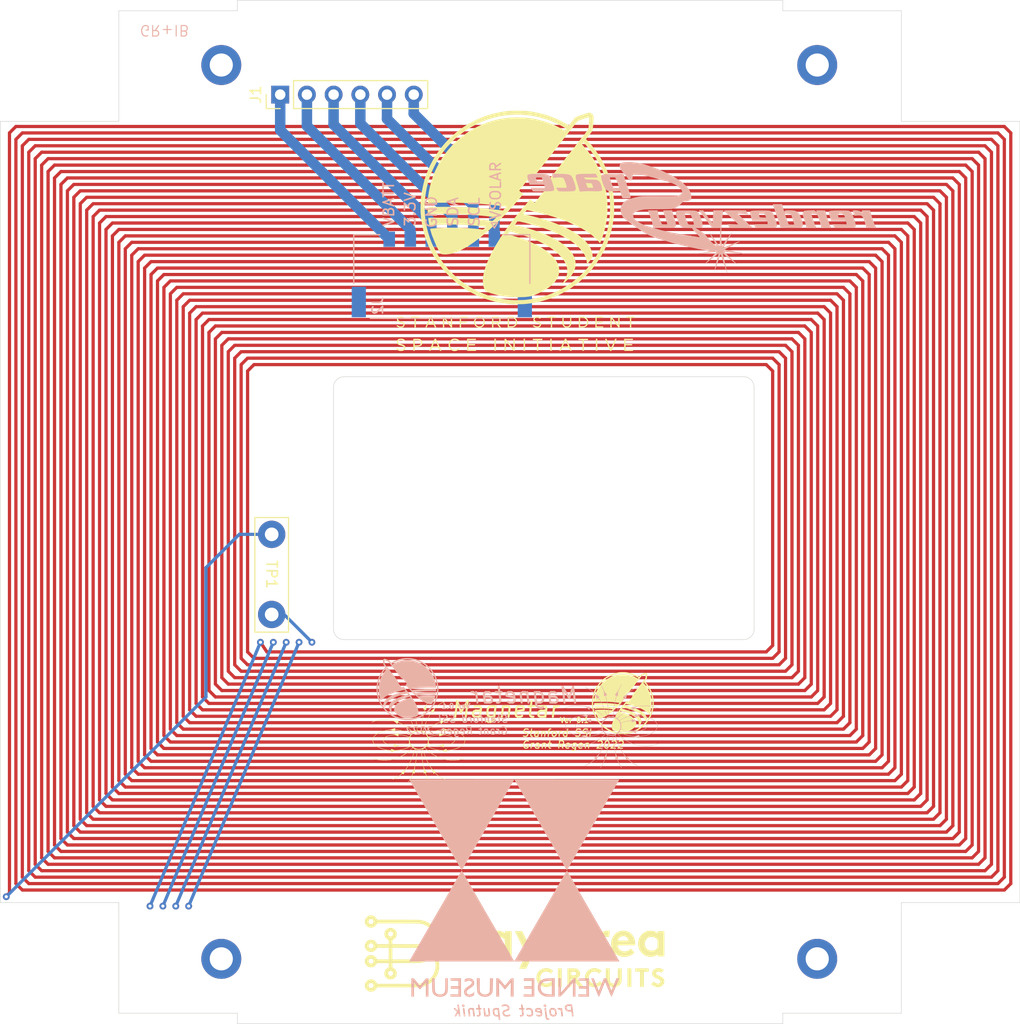
<source format=kicad_pcb>
(kicad_pcb (version 20211014) (generator pcbnew)
  (layers (0 "F.Cu" signal) (1 "In1.Cu" signal) (2 "In2.Cu" signal) (3 "In3.Cu" signal) (4 "In4.Cu" signal) (31 "B.Cu" signal) (34 "B.Paste" user) (35 "F.Paste" user) (36 "B.SilkS" user "B.Silkscreen") (37 "F.SilkS" user "F.Silkscreen") (38 "B.Mask" user) (39 "F.Mask" user) (44 "Edge.Cuts" user))
  (net 0 "")
  (net 5 "Net-(J1-Pad1)")
  (net 6 "Net-(J1-Pad2)")
  (net 7 "Net-(J1-Pad3)")
  (net 8 "Net-(J1-Pad4)")
  (net 9 "Net-(J1-Pad5)")
  (net 10 "Net-(J1-Pad6)")
  (net 13 "Coil_IN")
  (footprint "panels:logo_magnet_1" (layer "F.Cu") (at 138.504 115.752)
    (fp_text reference "REF**" hide)
    (fp_text value "logo_magnet_1" hide)
  )
  (footprint "panels:BAC_logo" (layer "F.Cu") (at 147.828 135.636)
    (fp_text reference "REF**" hide)
    (fp_text value "BAC_logo" hide)
  )
  (footprint "panels:logo_SSI_small" (layer "F.Cu") (at 157.734 112.522)
    (fp_text reference "REF**" hide)
    (fp_text value "logo_SSI_small" hide)
  )
  (footprint "panels:logo_SSI" (layer "F.Cu") (at 148.082 65.786)
    (fp_text reference "REF**" hide)
    (fp_text value "logo_SSI" hide)
  )
  (footprint "MountingHole:MountingHole_2.2mm_M2_DIN965_Pad_TopBottom" (layer "F.Cu") (at 119.708 136.558)
    (fp_text reference "H1")
    (fp_text value "~")
    (pad "1" thru_hole circle locked (at 0 0) (size 2.6 2.6) (drill 2.2) (layers *.Cu *.Mask))
    (pad "1" connect circle locked (at 0 0) (size 3.8 3.8) (layers "F.Cu" "F.Mask"))
    (pad "1" connect circle locked (at 0 0) (size 3.8 3.8) (layers "B.Cu" "B.Mask"))
  )
  (footprint "panels:TestPointConnection" (layer "F.Cu") (at 124 100.01 -90)
    (fp_text reference "TP1" (at 0 -0.5 -90 unlocked) (layer "F.SilkS"))
    (fp_text value "Start/End of Coil Series" hide)
    (pad "1" thru_hole circle (at -3.82 -0.5 270) (size 2.6 2.6) (drill 1.3) (layers *.Cu *.Mask) (net 13 "Coil_IN"))
    (pad "2" thru_hole circle (at 3.8 -0.5 270) (size 2.6 2.6) (drill 1.3) (layers *.Cu *.Mask) (net 13 "Coil_IN"))
  )
  (footprint "Connector_PinHeader_2.54mm:PinHeader_1x06_P2.54mm_Vertical" (layer "F.Cu") (at 125.31 54.37 90)
    (fp_text reference "J1" (at 0 -2.33 90) (layer "F.SilkS"))
    (fp_text value "Through_Hole_1" hide)
    (pad "1" thru_hole rect (at 0 0 90) (size 1.7 1.7) (drill 1) (layers *.Cu *.Mask) (net 5 "Net-(J1-Pad1)"))
    (pad "2" thru_hole oval (at 0 2.54 90) (size 1.7 1.7) (drill 1) (layers *.Cu *.Mask) (net 6 "Net-(J1-Pad2)"))
    (pad "3" thru_hole oval (at 0 5.08 90) (size 1.7 1.7) (drill 1) (layers *.Cu *.Mask) (net 7 "Net-(J1-Pad3)"))
    (pad "4" thru_hole oval (at 0 7.62 90) (size 1.7 1.7) (drill 1) (layers *.Cu *.Mask) (net 8 "Net-(J1-Pad4)"))
    (pad "5" thru_hole oval (at 0 10.16 90) (size 1.7 1.7) (drill 1) (layers *.Cu *.Mask) (net 9 "Net-(J1-Pad5)"))
    (pad "6" thru_hole oval (at 0 12.7 90) (size 1.7 1.7) (drill 1) (layers *.Cu *.Mask) (net 10 "Net-(J1-Pad6)"))
  )
  (footprint "MountingHole:MountingHole_2.2mm_M2_DIN965_Pad_TopBottom" (layer "F.Cu") (at 176.382 136.558)
    (fp_text reference "H4")
    (fp_text value "~")
    (pad "1" connect circle locked (at 0 0) (size 3.8 3.8) (layers "B.Cu" "B.Mask"))
    (pad "1" thru_hole circle locked (at 0 0) (size 2.6 2.6) (drill 2.2) (layers *.Cu *.Mask))
    (pad "1" connect circle locked (at 0 0) (size 3.8 3.8) (layers "F.Cu" "F.Mask"))
  )
  (footprint "MountingHole:MountingHole_2.2mm_M2_DIN965_Pad_TopBottom" (layer "F.Cu") (at 119.708 51.558)
    (fp_text reference "H2" hide)
    (fp_text value "~")
    (pad "1" connect circle locked (at 0 0) (size 3.8 3.8) (layers "B.Cu" "B.Mask"))
    (pad "1" connect circle locked (at 0 0) (size 3.8 3.8) (layers "F.Cu" "F.Mask"))
    (pad "1" thru_hole circle locked (at 0 0) (size 2.6 2.6) (drill 2.2) (layers *.Cu *.Mask))
  )
  (footprint "MountingHole:MountingHole_2.2mm_M2_DIN965_Pad_TopBottom" (layer "F.Cu") (at 176.382 51.558)
    (fp_text reference "H3")
    (fp_text value "~")
    (pad "1" thru_hole circle locked (at 0 0) (size 2.6 2.6) (drill 2.2) (layers *.Cu *.Mask))
    (pad "1" connect circle locked (at 0 0) (size 3.8 3.8) (layers "F.Cu" "F.Mask"))
    (pad "1" connect circle locked (at 0 0) (size 3.8 3.8) (layers "B.Cu" "B.Mask"))
  )
  (footprint "panels:SLAB_logo" (layer "B.Cu") (at 165.608 64.77 180)
    (fp_text reference "REF**" hide)
    (fp_text value "SLAB_logo" hide)
  )
  (footprint "panels:MOLEX_2053380006" (layer "B.Cu") (at 140.68 71.67)
    (fp_text reference "J2" (at -6.096 2.794 90) (layer "B.SilkS") (effects (justify mirror)))
    (fp_text value "MOLEX_2053380006")
    (pad "1" smd rect (at 5 -3.55) (size 1.1 1.45) (layers "B.Cu" "B.Paste") (net 10 "Net-(J1-Pad6)"))
    (pad "2" smd rect (at 3 -3.55) (size 1.1 1.45) (layers "B.Cu" "B.Paste") (net 9 "Net-(J1-Pad5)"))
    (pad "3" smd rect (at 1 -3.55) (size 1.1 1.45) (layers "B.Cu" "B.Paste") (net 8 "Net-(J1-Pad4)"))
    (pad "4" smd rect (at -1 -3.55) (size 1.1 1.45) (layers "B.Cu" "B.Paste") (net 7 "Net-(J1-Pad3)"))
    (pad "5" smd rect (at -3 -3.55) (size 1.1 1.45) (layers "B.Cu" "B.Paste") (net 6 "Net-(J1-Pad2)"))
    (pad "6" smd rect (at -5 -3.55) (size 1.1 1.45) (layers "B.Cu" "B.Paste") (net 5 "Net-(J1-Pad1)"))
    (pad "S1" smd rect (at 7.895 2.425) (size 1.35 2.9) (layers "B.Cu" "B.Paste"))
    (pad "S2" smd rect (at -7.895 2.425) (size 1.35 2.9) (layers "B.Cu" "B.Paste"))
  )
  (footprint "panels:logo_SSI_small" (layer "B.Cu") (at 137.57 111.186 180)
    (fp_text reference "REF**" hide)
    (fp_text value "logo_SSI_small" hide)
  )
  (footprint "panels:logo_Wende_Sputnik" (layer "B.Cu") (at 147.574 128.016 180)
    (fp_text reference "REF**" hide)
    (fp_text value "logo_Wende_Sputnik" hide)
    (fp_text user "Project Sputnik" (at 0 -13.5 unlocked) (layer "B.SilkS") (effects (font (thickness 0.15) italic) (justify mirror)))
  )
  (footprint "panels:logo_magnet_1" (layer "B.Cu") (at 156.8 114.416 180)
    (fp_text reference "REF**" hide)
    (fp_text value "logo_magnet_1" hide)
  )
  (gr_line locked (start 121.238 46.3992) (end 109.964 46.3992) (layer "Edge.Cuts") (width 0.05))
  (gr_line locked (start 173.11 45.3992) (end 121.238 45.3992) (layer "Edge.Cuts") (width 0.05))
  (gr_line locked (start 184.384 56.9148) (end 184.384 46.3992) (layer "Edge.Cuts") (width 0.05))
  (gr_arc (start 131.38 106.2) (mid 130.672893 105.907107) (end 130.38 105.2) (layer "Edge.Cuts") (width 0.05))
  (gr_line locked (start 121.236 142.728) (end 121.236 141.728) (layer "Edge.Cuts") (width 0.05))
  (gr_arc (start 169.38 81.2) (mid 170.087107 81.492893) (end 170.38 82.2) (layer "Edge.Cuts") (width 0.05))
  (gr_arc (start 170.38 105.2) (mid 170.087107 105.907107) (end 169.38 106.2) (layer "Edge.Cuts") (width 0.05))
  (gr_line locked (start 121.238 46.3992) (end 121.238 45.3992) (layer "Edge.Cuts") (width 0.05))
  (gr_line (start 169.38 106.2) (end 131.38 106.2) (layer "Edge.Cuts") (width 0.05))
  (gr_line locked (start 121.236 141.728) (end 109.962 141.728) (layer "Edge.Cuts") (width 0.05))
  (gr_line locked (start 184.382 141.728) (end 173.108 141.728) (layer "Edge.Cuts") (width 0.05))
  (gr_line locked (start 195.656 131.2124) (end 195.658 56.9148) (layer "Edge.Cuts") (width 0.05))
  (gr_line locked (start 109.962 141.728) (end 109.962 131.2124) (layer "Edge.Cuts") (width 0.05))
  (gr_line locked (start 98.69 56.9148) (end 98.688 131.2124) (layer "Edge.Cuts") (width 0.05))
  (gr_line locked (start 173.11 45.3992) (end 173.11 46.3992) (layer "Edge.Cuts") (width 0.05))
  (gr_line locked (start 109.964 56.9148) (end 98.69 56.9148) (layer "Edge.Cuts") (width 0.05))
  (gr_line locked (start 195.658 56.9148) (end 184.384 56.9148) (layer "Edge.Cuts") (width 0.05))
  (gr_line locked (start 184.384 46.3992) (end 173.11 46.3992) (layer "Edge.Cuts") (width 0.05))
  (gr_line locked (start 173.108 142.728) (end 121.236 142.728) (layer "Edge.Cuts") (width 0.05))
  (gr_arc (start 130.38 82.2) (mid 130.672893 81.492893) (end 131.38 81.2) (layer "Edge.Cuts") (width 0.05))
  (gr_line (start 170.38 82.2) (end 170.38 105.2) (layer "Edge.Cuts") (width 0.05))
  (gr_line locked (start 195.656 131.2124) (end 184.382 131.2124) (layer "Edge.Cuts") (width 0.05))
  (gr_line locked (start 109.964 56.9148) (end 109.964 46.3992) (layer "Edge.Cuts") (width 0.05))
  (gr_line locked (start 109.962 131.2124) (end 98.688 131.2124) (layer "Edge.Cuts") (width 0.05))
  (gr_line locked (start 173.108 141.728) (end 173.108 142.728) (layer "Edge.Cuts") (width 0.05))
  (gr_line (start 169.38 81.2) (end 131.38 81.2) (layer "Edge.Cuts") (width 0.05))
  (gr_line (start 130.38 82.2) (end 130.38 105.2) (layer "Edge.Cuts") (width 0.05))
  (gr_line locked (start 184.382 141.728) (end 184.382 131.2124) (layer "Edge.Cuts") (width 0.05))
  (gr_text "Stanford SSI \nGrant Regen 2022" (at 147.07 114.306) (layer "B.SilkS") (effects (font (size 0.7 0.7) (thickness 0.1) italic) (justify left mirror)))
  (gr_text "GND" (at 139.7 65.532 90) (layer "B.SilkS") (effects (font (size 1 1))))
  (gr_text "3.3V" (at 137.668 65.278 90) (layer "B.SilkS") (effects (font (size 1 1))))
  (gr_text "VSOLAR\n" (at 145.796 63.5 90) (layer "B.SilkS") (effects (font (size 1 1))))
  (gr_text "Ver 0.1" (at 142.02 112.526) (layer "B.SilkS") (effects (font (size 0.5 0.5) (thickness 0.1)) (justify mirror)))
  (gr_text "Magnetar" (at 148.59 111.506) (layer "B.SilkS") (effects (font (size 1.5 1.5) (thickness 0.2) italic) (justify mirror)))
  (gr_text "SCL" (at 143.764 65.532 90) (layer "B.SilkS") (effects (font (size 1 1))))
  (gr_text "VBATT" (at 135.636 64.77 90) (layer "B.SilkS") (effects (font (size 1 1))))
  (gr_text "SDA" (at 141.732 65.532 90) (layer "B.SilkS") (effects (font (size 1 1))))
  (gr_text "GR+IB" (at 114.3 48.26 180) (layer "B.SilkS") (effects (font (size 1 1) (thickness 0.1)) (justify mirror)))
  (gr_text "Stanford SSI \nGrant Regen 2022" (at 148.234 115.642) (layer "F.SilkS") (effects (font (size 0.7 0.7) (thickness 0.1) italic) (justify left)))
  (gr_text "Ver 0.1" (at 153.284 113.862) (layer "F.SilkS") (effects (font (size 0.5 0.5) (thickness 0.1))))
  (gr_text "Magnetar" (at 146.714 112.842) (layer "F.SilkS") (effects (font (size 1.5 1.5) (thickness 0.2) italic)))
  (segment (start 125.31 57.75) (end 135.68 68.12) (width 1) (layer "B.Cu") (net 5))
  (segment (start 125.31 54.37) (end 125.31 57.75) (width 1) (layer "B.Cu") (net 5))
  (segment (start 137.68 67.18) (end 127.85 57.35) (width 1) (layer "B.Cu") (net 6))
  (segment (start 127.85 57.35) (end 127.85 54.37) (width 1) (layer "B.Cu") (net 6))
  (segment (start 137.68 68.12) (end 137.68 67.18) (width 1) (layer "B.Cu") (net 6))
  (segment (start 139.68 66.51) (end 130.39 57.22) (width 1) (layer "B.Cu") (net 7))
  (segment (start 130.39 57.22) (end 130.39 54.37) (width 1) (layer "B.Cu") (net 7))
  (segment (start 139.68 68.12) (end 139.68 66.51) (width 1) (layer "B.Cu") (net 7))
  (segment (start 141.68 68.12) (end 141.68 65.87) (width 1) (layer "B.Cu") (net 8))
  (segment (start 141.68 65.87) (end 132.93 57.12) (width 1) (layer "B.Cu") (net 8))
  (segment (start 132.93 57.12) (end 132.93 54.37) (width 1) (layer "B.Cu") (net 8))
  (segment (start 135.47 56.69) (end 135.47 54.37) (width 1) (layer "B.Cu") (net 9))
  (segment (start 143.68 68.12) (end 143.68 64.9) (width 1) (layer "B.Cu") (net 9))
  (segment (start 143.68 64.9) (end 135.47 56.69) (width 1) (layer "B.Cu") (net 9))
  (segment (start 145.68 68.12) (end 145.68 63.85) (width 1) (layer "B.Cu") (net 10))
  (segment (start 145.68 63.85) (end 138.01 56.18) (width 1) (layer "B.Cu") (net 10))
  (segment (start 138.01 56.18) (end 138.01 54.37) (width 1) (layer "B.Cu") (net 10))
  (segment (start 174.592 76.9868) (end 119.76 76.9868) (width 0.306) (layer "F.Cu") (net 13))
  (segment (start 105.684 123.8948) (end 106.296 124.5068) (width 0.306) (layer "F.Cu") (net 13))
  (segment (start 189.28 62.2988) (end 105.072 62.2988) (width 0.306) (layer "F.Cu") (net 13))
  (segment (start 103.236 61.6868) (end 103.236 126.3428) (width 0.306) (layer "F.Cu") (net 13))
  (segment (start 175.204 77.5988) (end 174.592 76.9868) (width 0.306) (layer "F.Cu") (net 13))
  (segment (start 108.744 122.0588) (end 186.22 122.0588) (width 0.306) (layer "F.Cu") (net 13))
  (segment (start 108.744 67.1948) (end 108.744 120.8348) (width 0.306) (layer "F.Cu") (net 13))
  (segment (start 183.16 68.4188) (end 111.192 68.4188) (width 0.306) (layer "F.Cu") (net 13))
  (segment (start 182.548 70.2548) (end 181.936 69.6428) (width 0.306) (layer "F.Cu") (net 13))
  (segment (start 106.296 123.2828) (end 106.908 123.8948) (width 0.306) (layer "F.Cu") (net 13))
  (segment (start 105.072 124.5068) (end 105.684 125.1188) (width 0.306) (layer "F.Cu") (net 13))
  (segment (start 184.996 120.8348) (end 185.608 120.2228) (width 0.306) (layer "F.Cu") (net 13))
  (segment (start 173.368 79.434799) (end 172.756 78.8228) (width 0.306) (layer "F.Cu") (net 13))
  (segment (start 175.204 109.8188) (end 175.204 77.5988) (width 0.306) (layer "F.Cu") (net 13))
  (segment (start 106.296 64.7468) (end 106.296 123.2828) (width 0.306) (layer "F.Cu") (net 13))
  (segment (start 101.4 58.6268) (end 100.788 59.2388) (width 0.306) (layer "F.Cu") (net 13))
  (segment (start 192.34 60.4628) (end 191.728 59.8508) (width 0.306) (layer "F.Cu") (net 13))
  (segment (start 114.864 114.7148) (end 115.476 115.3268) (width 0.306) (layer "F.Cu") (net 13))
  (segment (start 178.264 114.1028) (end 178.876 113.4908) (width 0.306) (layer "F.Cu") (net 13))
  (segment (start 120.372 78.8228) (end 120.372 109.2068) (width 0.306) (layer "F.Cu") (net 13))
  (segment (start 116.7 73.9268) (end 116.088 74.5388) (width 0.306) (layer "F.Cu") (net 13))
  (segment (start 123.432 106.452799) (end 124.044 107.3708) (width 0.306) (layer "F.Cu") (net 13))
  (segment (start 174.592 109.2068) (end 174.592 78.2108) (width 0.306) (layer "F.Cu") (net 13))
  (segment (start 108.744 120.8348) (end 109.356 121.4468) (width 0.306) (layer "F.Cu") (net 13))
  (segment (start 194.788 58.0148) (end 194.176 57.4028) (width 0.306) (layer "F.Cu") (net 13))
  (segment (start 172.755999 107.3708) (end 172.755999 80.0468) (width 0.306) (layer "F.Cu") (net 13))
  (segment (start 101.4 129.4028) (end 193.564 129.4028) (width 0.306) (layer "F.Cu") (net 13))
  (segment (start 189.892 62.9108) (end 189.28 62.2988) (width 0.306) (layer "F.Cu") (net 13))
  (segment (start 117.312 74.5388) (end 116.7 75.1508) (width 0.306) (layer "F.Cu") (net 13))
  (segment (start 194.176 128.7908) (end 194.176 58.6268) (width 0.306) (layer "F.Cu") (net 13))
  (segment (start 104.46 125.1188) (end 105.072 125.7308) (width 0.306) (layer "F.Cu") (net 13))
  (segment (start 180.099999 114.7148) (end 180.099999 72.702799) (width 0.306) (layer "F.Cu") (net 13))
  (segment (start 105.072 125.7308) (end 189.892 125.7308) (width 0.306) (layer "F.Cu") (net 13))
  (segment (start 124.044 107.3708) (end 171.532 107.3708) (width 0.306) (layer "F.Cu") (net 13))
  (segment (start 119.76 109.8188) (end 120.372 110.4308) (width 0.306) (layer "F.Cu") (net 13))
  (segment (start 113.028 71.4788) (end 113.028 116.5508) (width 0.306) (layer "F.Cu") (net 13))
  (segment (start 112.416 118.3868) (end 182.548 118.3868) (width 0.306) (layer "F.Cu") (net 13))
  (segment (start 192.952 127.5668) (end 192.952 59.8508) (width 0.306) (layer "F.Cu") (net 13))
  (segment (start 185.608 65.9708) (end 108.743999 65.9708) (width 0.306) (layer "F.Cu") (net 13))
  (segment (start 184.384 68.4188) (end 183.772 67.8068) (width 0.306) (layer "F.Cu") (net 13))
  (segment (start 120.984 79.434799) (end 120.984 108.5948) (width 0.306) (layer "F.Cu") (net 13))
  (segment (start 187.444 123.2828) (end 188.056 122.6708) (width 0.306) (layer "F.Cu") (net 13))
  (segment (start 110.58 69.0308) (end 110.58 118.9988) (width 0.306) (layer "F.Cu") (net 13))
  (segment (start 190.504 126.3428) (end 191.116 125.7308) (width 0.306) (layer "F.Cu") (net 13))
  (segment (start 184.996 67.8068) (end 184.384 67.1948) (width 0.306) (layer "F.Cu") (net 13))
  (segment (start 109.968 67.1948) (end 109.356 67.8068) (width 0.306) (layer "F.Cu") (net 13))
  (segment (start 181.936 69.6428) (end 112.415999 69.6428) (width 0.306) (layer "F.Cu") (net 13))
  (segment (start 121.596 80.0468) (end 121.596 107.9828) (width 0.306) (layer "F.Cu") (net 13))
  (segment (start 192.952 59.8508) (end 192.34 59.2388) (width 0.306) (layer "F.Cu") (net 13))
  (segment (start 102.011999 59.2388) (end 101.4 59.8508) (width 0.306) (layer "F.Cu") (net 13))
  (segment (start 105.684 125.1188) (end 189.28 125.1188) (width 0.306) (layer "F.Cu") (net 13))
  (segment (start 178.264 74.5388) (end 177.652 73.9268) (width 0.306) (layer "F.Cu") (net 13))
  (segment (start 121.596 109.2068) (end 173.368 109.2068) (width 0.306) (layer "F.Cu") (net 13))
  (segment (start 117.312 75.762799) (end 117.312 112.2668) (width 0.306) (layer "F.Cu") (net 13))
  (segment (start 109.968 120.8348) (end 184.996 120.8348) (width 0.306) (layer "F.Cu") (net 13))
  (segment (start 103.848 125.7308) (end 104.46 126.3428) (width 0.306) (layer "F.Cu") (net 13))
  (segment (start 101.4 59.8508) (end 101.4 128.1788) (width 0.306) (layer "F.Cu") (net 13))
  (segment (start 192.34 59.2388) (end 102.011999 59.2388) (width 0.306) (layer "F.Cu") (net 13))
  (segment (start 183.772 67.8068) (end 110.58 67.8068) (width 0.306) (layer "F.Cu") (net 13))
  (segment (start 184.384 120.2228) (end 184.996 119.6108) (width 0.306) (layer "F.Cu") (net 13))
  (segment (start 177.652 113.4908) (end 178.264 112.8788) (width 0.306) (layer "F.Cu") (net 13))
  (segment (start 181.936 117.7748) (end 182.548 117.1628) (width 0.306) (layer "F.Cu") (net 13))
  (segment (start 114.864 115.9388) (end 180.1 115.9388) (width 0.306) (layer "F.Cu") (net 13))
  (segment (start 174.592 110.4308) (end 175.204 109.8188) (width 0.306) (layer "F.Cu") (net 13))
  (segment (start 192.34 128.1788) (end 192.952 127.5668) (width 0.306) (layer "F.Cu") (net 13))
  (segment (start 109.356 120.2228) (end 109.968 120.8348) (width 0.306) (layer "F.Cu") (net 13))
  (segment (start 122.82 107.9828) (end 172.144 107.9828) (width 0.306) (layer "F.Cu") (net 13))
  (segment (start 181.324 70.2548) (end 113.028 70.2548) (width 0.306) (layer "F.Cu") (net 13))
  (segment (start 179.487999 114.1028) (end 179.487999 73.3148) (width 0.306) (layer "F.Cu") (net 13))
  (segment (start 179.487999 115.3268) (end 180.099999 114.7148) (width 0.306) (layer "F.Cu") (net 13))
  (segment (start 104.46 126.3428) (end 190.504 126.3428) (width 0.306) (layer "F.Cu") (net 13))
  (segment (start 176.428 75.1508) (end 117.924 75.1508) (width 0.306) (layer "F.Cu") (net 13))
  (segment (start 191.728 127.5668) (end 192.34 126.9548) (width 0.306) (layer "F.Cu") (net 13))
  (segment (start 188.056 63.5228) (end 106.296 63.5228) (width 0.306) (layer "F.Cu") (net 13))
  (segment (start 186.832 64.7468) (end 107.52 64.7468) (width 0.306) (layer "F.Cu") (net 13))
  (segment (start 122.207999 79.4348) (end 121.596 80.0468) (width 0.306) (layer "F.Cu") (net 13))
  (segment (start 114.252 72.702799) (end 114.252 115.3268) (width 0.306) (layer "F.Cu") (net 13))
  (segment (start 102.012 60.4628) (end 102.012 127.5668) (width 0.306) (layer "F.Cu") (net 13))
  (segment (start 122.208 80.658799) (end 122.208 107.3708) (width 0.306) (layer "F.Cu") (net 13))
  (segment (start 172.144 80.658799) (end 171.532 80.0468) (width 0.306) (layer "F.Cu") (net 13))
  (segment (start 109.968 119.6108) (end 110.58 120.2228) (width 0.306) (layer "F.Cu") (net 13))
  (segment (start 186.219999 66.5828) (end 185.608 65.9708) (width 0.306) (layer "F.Cu") (net 13))
  (segment (start 173.368 78.2108) (end 120.984 78.2108) (width 0.306) (layer "F.Cu") (net 13))
  (segment (start 107.52 65.9708) (end 107.52 122.0588) (width 0.306) (layer "F.Cu") (net 13))
  (segment (start 175.204 76.3748) (end 119.148 76.3748) (width 0.306) (layer "F.Cu") (net 13))
  (segment (start 193.563999 128.1788) (end 193.563999 59.2388) (width 0.306) (layer "F.Cu") (net 13))
  (segment (start 173.98 108.5948) (end 173.98 78.8228) (width 0.306) (layer "F.Cu") (net 13))
  (segment (start 108.132 122.6708) (end 186.832 122.6708) (width 0.306) (layer "F.Cu") (net 13))
  (segment (start 112.415999 69.6428) (end 111.804 70.2548) (width 0.306) (layer "F.Cu") (net 13))
  (segment (start 114.252 116.5508) (end 180.712 116.5508) (width 0.306) (layer "F.Cu") (net 13))
  (segment (start 178.264 73.3148) (end 116.088 73.3148) (width 0.306) (layer "F.Cu") (net 13))
  (segment (start 189.279999 123.8948) (end 189.279999 63.5228) (width 0.306) (layer "F.Cu") (net 13))
  (segment (start 115.475999 72.7028) (end 114.864 73.3148) (width 0.306) (layer "F.Cu") (net 13))
  (segment (start 190.504 62.2988) (end 189.892 61.6868) (width 0.306) (layer "F.Cu") (net 13))
  (segment (start 111.804 117.7748) (end 112.416 118.3868) (width 0.306) (layer "F.Cu") (net 13))
  (segment (start 113.64 70.8668) (end 113.028 71.4788) (width 0.306) (layer "F.Cu") (net 13))
  (segment (start 102.012 127.5668) (end 102.624 128.1788) (width 0.306) (layer "F.Cu") (net 13))
  (segment (start 118.536 111.0428) (end 119.148 111.6548) (width 0.306) (layer "F.Cu") (net 13))
  (segment (start 103.848 62.2988) (end 103.848 125.7308) (width 0.306) (layer "F.Cu") (net 13))
  (segment (start 185.608 67.1948) (end 184.996 66.5828) (width 0.306) (layer "F.Cu") (net 13))
  (segment (start 120.372 110.4308) (end 174.592 110.4308) (width 0.306) (layer "F.Cu") (net 13))
  (segment (start 110.58 67.8068) (end 109.968 68.4188) (width 0.306) (layer "F.Cu") (net 13))
  (segment (start 100.788 130.0148) (end 194.176 130.0148) (width 0.306) (layer "F.Cu") (net 13))
  (segment (start 120.984 108.5948) (end 121.596 109.2068) (width 0.306) (layer "F.Cu") (net 13))
  (segment (start 113.64 72.090799) (end 113.64 115.9388) (width 0.306) (layer "F.Cu") (net 13))
  (segment (start 194.176 58.6268) (end 193.564 58.0148) (width 0.306) (layer "F.Cu") (net 13))
  (segment (start 110.58 118.9988) (end 111.192 119.6108) (width 0.306) (layer "F.Cu") (net 13))
  (segment (start 102.624 59.8508) (end 102.012 60.4628) (width 0.306) (layer "F.Cu") (net 13))
  (segment (start 113.028 117.7748) (end 181.936 117.7748) (width 0.306) (layer "F.Cu") (net 13))
  (segment (start 117.924 75.1508) (end 117.312 75.762799) (width 0.306) (layer "F.Cu") (net 13))
  (segment (start 188.056 122.6708) (end 188.056 64.7468) (width 0.306) (layer "F.Cu") (net 13))
  (segment (start 114.864 73.3148) (end 114.864 114.7148) (width 0.306) (layer "F.Cu") (net 13))
  (segment (start 103.236 127.5668) (end 191.728 127.5668) (width 0.306) (layer "F.Cu") (net 13))
  (segment (start 118.536 76.9868) (end 118.536 111.0428) (width 0.306) (layer "F.Cu") (net 13))
  (segment (start 186.832 122.6708) (end 187.444 122.0588) (width 0.306) (layer "F.Cu") (net 13))
  (segment (start 188.668 124.5068) (end 189.279999 123.8948) (width 0.306) (layer "F.Cu") (net 13))
  (segment (start 119.148 110.4308) (end 119.76 111.0428) (width 0.306) (layer "F.Cu") (net 13))
  (segment (start 114.252 71.4788) (end 113.64 72.090799) (width 0.306) (layer "F.Cu") (net 13))
  (segment (start 188.056 123.8948) (end 188.668 123.2828) (width 0.306) (layer "F.Cu") (net 13))
  (segment (start 117.312 113.4908) (end 177.652 113.4908) (width 0.306) (layer "F.Cu") (net 13))
  (segment (start 178.876 114.7148) (end 179.487999 114.1028) (width 0.306) (layer "F.Cu") (net 13))
  (segment (start 116.7 114.1028) (end 178.264 114.1028) (width 0.306) (layer "F.Cu") (net 13))
  (segment (start 106.908 122.6708) (end 107.52 123.2828) (width 0.306) (layer "F.Cu") (net 13))
  (segment (start 116.088 114.7148) (end 178.876 114.7148) (width 0.306) (layer "F.Cu") (net 13))
  (segment (start 180.1 71.4788) (end 114.252 71.4788) (width 0.306) (layer "F.Cu") (net 13))
  (segment (start 178.264 112.8788) (end 178.264 74.5388) (width 0.306) (layer "F.Cu") (net 13))
  (segment (start 193.564 58.0148) (end 100.788 58.0148) (width 0.306) (layer "F.Cu") (net 13))
  (segment (start 111.192 68.4188) (end 110.58 69.0308) (width 0.306) (layer "F.Cu") (net 13))
  (segment (start 107.52 122.0588) (end 108.132 122.6708) (width 0.306) (layer "F.Cu") (net 13))
  (segment (start 191.728 59.8508) (end 102.624 59.8508) (width 0.306) (layer "F.Cu") (net 13))
  (segment (start 181.936 70.8668) (end 181.324 70.2548) (width 0.306) (layer "F.Cu") (net 13))
  (segment (start 114.252 115.3268) (end 114.864 115.9388) (width 0.306) (layer "F.Cu") (net 13))
  (segment (start 119.148 111.6548) (end 175.816 111.6548) (width 0.306) (layer "F.Cu") (net 13))
  (segment (start 105.684 64.1348) (end 105.684 123.8948) (width 0.306) (layer "F.Cu") (net 13))
  (segment (start 186.219999 120.8348) (end 186.219999 66.5828) (width 0.306) (layer "F.Cu") (net 13))
  (segment (start 189.28 125.1188) (end 189.892 124.5068) (width 0.306) (layer "F.Cu") (net 13))
  (segment (start 193.563999 59.2388) (end 192.951999 58.6268) (width 0.306) (layer "F.Cu") (net 13))
  (segment (start 100.176 129.4028) (end 100.788 130.0148) (width 0.306) (layer "F.Cu") (net 13))
  (segment (start 175.816 76.9868) (end 175.204 76.3748) (width 0.306) (layer "F.Cu") (net 13))
  (segment (start 106.908 64.1348) (end 106.296 64.7468) (width 0.306) (layer "F.Cu") (net 13))
  (segment (start 177.04 112.8788) (end 177.652 112.2668) (width 0.306) (layer "F.Cu") (net 13))
  (segment (start 175.816 75.7628) (end 118.536 75.7628) (width 0.306) (layer "F.Cu") (net 13))
  (segment (start 171.532 107.3708) (end 172.144 106.7588) (width 0.306) (layer "F.Cu") (net 13))
  (segment (start 181.324 115.9388) (end 181.324 71.4788) (width 0.306) (layer "F.Cu") (net 13))
  (segment (start 99.564 58.0148) (end 99.564 130.296) (width 0.306) (layer "F.Cu") (net 13))
  (segment (start 115.476 73.926799) (end 115.476 114.1028) (width 0.306) (layer "F.Cu") (net 13))
  (segment (start 120.372 109.2068) (end 120.984 109.8188) (width 0.306) (layer "F.Cu") (net 13))
  (segment (start 119.76 78.2108) (end 119.76 109.8188) (width 0.306) (layer "F.Cu") (net 13))
  (segment (start 183.772 119.6108) (end 184.384 118.9988) (width 0.306) (layer "F.Cu") (net 13))
  (segment (start 177.652 73.9268) (end 116.7 73.9268) (width 0.306) (layer "F.Cu") (net 13))
  (segment (start 100.176 57.4028) (end 99.564 58.0148) (width 0.306) (layer "F.Cu") (net 13))
  (segment (start 106.296 124.5068) (end 188.668 124.5068) (width 0.306) (layer "F.Cu") (net 13))
  (segment (start 179.487999 73.3148) (end 178.876 72.7028) (width 0.306) (layer "F.Cu") (net 13))
  (segment (start 111.804 70.2548) (end 111.804 117.7748) (width 0.306) (layer "F.Cu") (net 13))
  (segment (start 184.384 118.9988) (end 184.384 68.4188) (width 0.306) (layer "F.Cu") (net 13))
  (segment (start 105.072 62.2988) (end 104.46 62.9108) (width 0.306) (layer "F.Cu") (net 13))
  (segment (start 182.548 118.3868) (end 183.159999 117.7748) (width 0.306) (layer "F.Cu") (net 13))
  (segment (start 173.368 107.9828) (end 173.368 79.434799) (width 0.306) (layer "F.Cu") (net 13))
  (segment (start 181.324 71.4788) (end 180.712 70.8668) (width 0.306) (layer "F.Cu") (net 13))
  (segment (start 119.76 76.9868) (end 119.148 77.5988) (width 0.306) (layer "F.Cu") (net 13))
  (segment (start 103.236 60.4628) (end 102.624 61.0748) (width 0.306) (layer "F.Cu") (net 13))
  (segment (start 120.984 78.2108) (end 120.372 78.8228) (width 0.306) (layer "F.Cu") (net 13))
  (segment (start 106.908 123.8948) (end 188.056 123.8948) (width 0.306) (layer "F.Cu") (net 13))
  (segment (start 182.548 69.0308) (end 111.804 69.0308) (width 0.306) (layer "F.Cu") (net 13))
  (segment (start 190.504 61.0748) (end 103.848 61.0748) (width 0.306) (layer "F.Cu") (net 13))
  (segment (start 177.652 75.1508) (end 177.04 74.5388) (width 0.306) (layer "F.Cu") (net 13))
  (segment (start 101.4 128.1788) (end 102.012 128.7908) (width 0.306) (layer "F.Cu") (net 13))
  (segment (start 114.864 72.090799) (end 114.252 72.702799) (width 0.306) (layer "F.Cu") (net 13))
  (segment (start 183.772 69.0308) (end 183.16 68.4188) (width 0.306) (layer "F.Cu") (net 13))
  (segment (start 106.296 63.5228) (end 105.684 64.1348) (width 0.306) (layer "F.Cu") (net 13))
  (segment (start 177.652 112.2668) (end 177.652 75.1508) (width 0.306) (layer "F.Cu") (net 13))
  (segment (start 107.52 64.7468) (end 106.908 65.3588) (width 0.306) (layer "F.Cu") (net 13))
  (segment (start 188.668 62.9108) (end 105.683999 62.9108) (width 0.306) (layer "F.Cu") (net 13))
  (segment (start 120.984 109.8188) (end 173.98 109.8188) (width 0.306) (layer "F.Cu") (net 13))
  (segment (start 99.564 130.296) (end 99.23 130.63) (width 0.306) (layer "F.Cu") (net 13))
  (segment (start 111.192 119.6108) (end 183.772 119.6108) (width 0.306) (layer "F.Cu") (net 13))
  (segment (start 103.848 61.0748) (end 103.236 61.6868) (width 0.306) (layer "F.Cu") (net 13))
  (segment (start 112.416 70.8668) (end 112.416 117.1628) (width 0.306) (layer "F.Cu") (net 13))
  (segment (start 100.176 58.6268) (end 100.176 129.4028) (width 0.306) (layer "F.Cu") (net 13))
  (segment (start 173.368 109.2068) (end 173.98 108.5948) (width 0.306) (layer "F.Cu") (net 13))
  (segment (start 113.028 70.2548) (end 112.416 70.8668) (width 0.306) (layer "F.Cu") (net 13))
  (segment (start 172.756 108.5948) (end 173.368 107.9828) (width 0.306) (layer "F.Cu") (net 13))
  (segment (start 118.536 75.7628) (end 117.924 76.3748) (width 0.306) (layer "F.Cu") (net 13))
  (segment (start 117.924 76.3748) (end 117.924 111.6548) (width 0.306) (layer "F.Cu") (net 13))
  (segment (start 115.476 115.3268) (end 179.487999 115.3268) (width 0.306) (layer "F.Cu") (net 13))
  (segment (start 172.144 106.7588) (end 172.144 80.658799) (width 0.306) (layer "F.Cu") (net 13))
  (segment (start 179.487999 72.090799) (end 114.864 72.090799) (width 0.306) (layer "F.Cu") (net 13))
  (segment (start 105.683999 62.9108) (end 105.072 63.5228) (width 0.306) (layer "F.Cu") (net 13))
  (segment (start 172.144 79.4348) (end 122.207999 79.4348) (width 0.306) (layer "F.Cu") (net 13))
  (segment (start 181.936 116.5508) (end 181.936 70.8668) (width 0.306) (layer "F.Cu") (net 13))
  (segment (start 177.04 74.5388) (end 117.312 74.5388) (width 0.306) (layer "F.Cu") (net 13))
  (segment (start 171.532 80.0468) (end 122.82 80.0468) (width 0.306) (layer "F.Cu") (net 13))
  (segment (start 116.7 75.1508) (end 116.7 112.8788) (width 0.306) (layer "F.Cu") (net 13))
  (segment (start 173.98 77.5988) (end 120.372 77.5988) (width 0.306) (layer "F.Cu") (net 13))
  (segment (start 185.608 121.4468) (end 186.219999 120.8348) (width 0.306) (layer "F.Cu") (net 13))
  (segment (start 109.356 67.8068) (end 109.356 120.2228) (width 0.306) (layer "F.Cu") (net 13))
  (segment (start 175.816 111.6548) (end 176.427999 111.0428) (width 0.306) (layer "F.Cu") (net 13))
  (segment (start 175.204 111.0428) (end 175.816 110.4308) (width 0.306) (layer "F.Cu") (net 13))
  (segment (start 100.788 128.7908) (end 101.4 129.4028) (width 0.306) (layer "F.Cu") (net 13))
  (segment (start 106.908 65.3588) (end 106.908 122.6708) (width 0.306) (layer "F.Cu") (net 13))
  (segment (start 191.116 126.9548) (end 191.728 126.3428) (width 0.306) (layer "F.Cu") (net 13))
  (segment (start 116.088 73.3148) (end 115.476 73.926799) (width 0.306) (layer "F.Cu") (net 13))
  (segment (start 183.772 118.3868) (end 183.772 69.0308) (width 0.306) (layer "F.Cu") (net 13))
  (segment (start 192.34 126.9548) (end 192.34 60.4628) (width 0.306) (layer "F.Cu") (net 13))
  (segment (start 120.372 77.5988) (end 119.76 78.2108) (width 0.306) (layer "F.Cu") (net 13))
  (segment (start 186.832 65.9708) (end 186.22 65.3588) (width 0.306) (layer "F.Cu") (net 13))
  (segment (start 119.76 111.0428) (end 175.204 111.0428) (width 0.306) (layer "F.Cu") (net 13))
  (segment (start 182.548 117.1628) (end 182.548 70.2548) (width 0.306) (layer "F.Cu") (net 13))
  (segment (start 100.788 58.0148) (end 100.176 58.6268) (width 0.306) (layer "F.Cu") (net 13))
  (segment (start 109.356 121.4468) (end 185.608 121.4468) (width 0.306) (layer "F.Cu") (net 13))
  (segment (start 178.876 73.926799) (end 178.264 73.3148) (width 0.306) (layer "F.Cu") (net 13))
  (segment (start 183.159999 69.6428) (end 182.548 69.0308) (width 0.306) (layer "F.Cu") (net 13))
  (segment (start 108.132 65.3588) (end 107.52 65.9708) (width 0.306) (layer "F.Cu") (net 13))
  (segment (start 173.98 78.8228) (end 173.368 78.2108) (width 0.306) (layer "F.Cu") (net 13))
  (segment (start 180.712 72.090799) (end 180.1 71.4788) (width 0.306) (layer "F.Cu") (net 13))
  (segment (start 178.876 113.4908) (end 178.876 73.926799) (width 0.306) (layer "F.Cu") (net 13))
  (segment (start 111.192 69.6428) (end 111.192 118.3868) (width 0.306) (layer "F.Cu") (net 13))
  (segment (start 176.427999 76.3748) (end 175.816 75.7628) (width 0.306) (layer "F.Cu") (net 13))
  (segment (start 174.592 78.2108) (end 173.98 77.5988) (width 0.306) (layer "F.Cu") (net 13))
  (segment (start 118.536 112.2668) (end 176.428 112.2668) (width 0.306) (layer "F.Cu") (net 13))
  (segment (start 191.728 126.3428) (end 191.728 61.0748) (width 0.306) (layer "F.Cu") (net 13))
  (segment (start 184.996 66.5828) (end 109.356 66.5828) (width 0.306) (layer "F.Cu") (net 13))
  (segment (start 103.848 126.9548) (end 191.116 126.9548) (width 0.306) (layer "F.Cu") (net 13))
  (segment (start 183.16 118.9988) (end 183.772 118.3868) (width 0.306) (layer "F.Cu") (net 13))
  (segment (start 113.64 117.1628) (end 181.324 117.1628) (width 0.306) (layer "F.Cu") (net 13))
  (segment (start 180.099999 72.702799) (end 179.487999 72.090799) (width 0.306) (layer "F.Cu") (net 13))
  (segment (start 187.444 65.3588) (end 186.832 64.7468) (width 0.306) (layer "F.Cu") (net 13))
  (segment (start 121.596 107.9828) (end 122.208 108.5948) (width 0.306) (layer "F.Cu") (net 13))
  (segment (start 184.384 67.1948) (end 109.968 67.1948) (width 0.306) (layer "F.Cu") (net 13))
  (segment (start 193.564 129.4028) (end 194.176 128.7908) (width 0.306) (layer "F.Cu") (net 13))
  (segment (start 192.951999 58.6268) (end 101.4 58.6268) (width 0.306) (layer "F.Cu") (net 13))
  (segment (start 183.159999 117.7748) (end 183.159999 69.6428) (width 0.306) (layer "F.Cu") (net 13))
  (segment (start 173.98 109.8188) (end 174.592 109.2068) (width 0.306) (layer "F.Cu") (net 13))
  (segment (start 188.668 64.1348) (end 188.056 63.5228) (width 0.306) (layer "F.Cu") (net 13))
  (segment (start 188.668 123.2828) (end 188.668 64.1348) (width 0.306) (layer "F.Cu") (net 13))
  (segment (start 122.208 108.5948) (end 172.756 108.5948) (width 0.306) (layer "F.Cu") (net 13))
  (segment (start 194.176 57.4028) (end 100.176 57.4028) (width 0.306) (layer "F.Cu") (net 13))
  (segment (start 180.1 115.9388) (end 180.712 115.3268) (width 0.306) (layer "F.Cu") (net 13))
  (segment (start 116.7 112.8788) (end 117.312 113.4908) (width 0.306) (layer "F.Cu") (net 13))
  (segment (start 103.236 126.3428) (end 103.848 126.9548) (width 0.306) (layer "F.Cu") (net 13))
  (segment (start 108.743999 65.9708) (end 108.132 66.5828) (width 0.306) (layer "F.Cu") (net 13))
  (segment (start 177.04 75.762799) (end 176.428 75.1508) (width 0.306) (layer "F.Cu") (net 13))
  (segment (start 184.996 119.6108) (end 184.996 67.8068) (width 0.306) (layer "F.Cu") (net 13))
  (segment (start 117.312 112.2668) (end 117.924 112.8788) (width 0.306) (layer "F.Cu") (net 13))
  (segment (start 187.444 64.1348) (end 106.908 64.1348) (width 0.306) (layer "F.Cu") (net 13))
  (segment (start 112.416 117.1628) (end 113.028 117.7748) (width 0.306) (layer "F.Cu") (net 13))
  (segment (start 191.116 60.4628) (end 103.236 60.4628) (width 0.306) (layer "F.Cu") (net 13))
  (segment (start 175.816 110.4308) (end 175.816 76.9868) (width 0.306) (layer "F.Cu") (net 13))
  (segment (start 119.148 77.5988) (end 119.148 110.4308) (width 0.306) (layer "F.Cu") (net 13))
  (segment (start 191.116 125.7308) (end 191.116 61.6868) (width 0.306) (layer "F.Cu") (net 13))
  (segment (start 180.712 115.3268) (end 180.712 72.090799) (width 0.306) (layer "F.Cu") (net 13))
  (segment (start 185.608 120.2228) (end 185.608 67.1948) (width 0.306) (layer "F.Cu") (net 13))
  (segment (start 176.427999 111.0428) (end 176.427999 76.3748) (width 0.306) (layer "F.Cu") (net 13))
  (segment (start 108.132 121.4468) (end 108.744 122.0588) (width 0.306) (layer "F.Cu") (net 13))
  (segment (start 121.596 78.8228) (end 120.984 79.434799) (width 0.306) (layer "F.Cu") (net 13))
  (segment (start 192.951999 128.7908) (end 193.563999 128.1788) (width 0.306) (layer "F.Cu") (net 13))
  (segment (start 191.116 61.6868) (end 190.504 61.0748) (width 0.306) (layer "F.Cu") (net 13))
  (segment (start 177.04 111.6548) (end 177.04 75.762799) (width 0.306) (layer "F.Cu") (net 13))
  (segment (start 104.46 62.9108) (end 104.46 125.1188) (width 0.306) (layer "F.Cu") (net 13))
  (segment (start 111.192 118.3868) (end 111.804 118.9988) (width 0.306) (layer "F.Cu") (net 13))
  (segment (start 117.924 112.8788) (end 177.04 112.8788) (width 0.306) (layer "F.Cu") (net 13))
  (segment (start 180.712 70.8668) (end 113.64 70.8668) (width 0.306) (layer "F.Cu") (net 13))
  (segment (start 186.832 121.4468) (end 186.832 65.9708) (width 0.306) (layer "F.Cu") (net 13))
  (segment (start 186.22 65.3588) (end 108.132 65.3588) (width 0.306) (layer "F.Cu") (net 13))
  (segment (start 100.788 59.2388) (end 100.788 128.7908) (width 0.306) (layer "F.Cu") (net 13))
  (segment (start 122.208 107.3708) (end 122.82 107.9828) (width 0.306) (layer "F.Cu") (net 13))
  (segment (start 109.356 66.5828) (end 108.744 67.1948) (width 0.306) (layer "F.Cu") (net 13))
  (segment (start 194.788 129.4028) (end 194.788 58.0148) (width 0.306) (layer "F.Cu") (net 13))
  (segment (start 119.148 76.3748) (end 118.536 76.9868) (width 0.306) (layer "F.Cu") (net 13))
  (segment (start 113.64 115.9388) (end 114.252 116.5508) (width 0.306) (layer "F.Cu") (net 13))
  (segment (start 191.728 61.0748) (end 191.116 60.4628) (width 0.306) (layer "F.Cu") (net 13))
  (segment (start 107.52 123.2828) (end 187.444 123.2828) (width 0.306) (layer "F.Cu") (net 13))
  (segment (start 172.144 107.9828) (end 172.755999 107.3708) (width 0.306) (layer "F.Cu") (net 13))
  (segment (start 104.46 61.6868) (end 103.848 62.2988) (width 0.306) (layer "F.Cu") (net 13))
  (segment (start 116.088 113.4908) (end 116.7 114.1028) (width 0.306) (layer "F.Cu") (net 13))
  (segment (start 189.892 61.6868) (end 104.46 61.6868) (width 0.306) (layer "F.Cu") (net 13))
  (segment (start 186.22 122.0588) (end 186.832 121.4468) (width 0.306) (layer "F.Cu") (net 13))
  (segment (start 176.428 112.2668) (end 177.04 111.6548) (width 0.306) (layer "F.Cu") (net 13))
  (segment (start 172.755999 80.0468) (end 172.144 79.4348) (width 0.306) (layer "F.Cu") (net 13))
  (segment (start 188.056 64.7468) (end 187.444 64.1348) (width 0.306) (layer "F.Cu") (net 13))
  (segment (start 172.756 78.8228) (end 121.596 78.8228) (width 0.306) (layer "F.Cu") (net 13))
  (segment (start 189.892 125.7308) (end 190.504 125.1188) (width 0.306) (layer "F.Cu") (net 13))
  (segment (start 111.804 69.0308) (end 111.192 69.6428) (width 0.306) (layer "F.Cu") (net 13))
  (segment (start 108.132 66.5828) (end 108.132 121.4468) (width 0.306) (layer "F.Cu") (net 13))
  (segment (start 105.072 63.5228) (end 105.072 124.5068) (width 0.306) (layer "F.Cu") (net 13))
  (segment (start 190.504 125.1188) (end 190.504 62.2988) (width 0.306) (layer "F.Cu") (net 13))
  (segment (start 113.028 116.5508) (end 113.64 117.1628) (width 0.306) (layer "F.Cu") (net 13))
  (segment (start 116.088 74.5388) (end 116.088 113.4908) (width 0.306) (layer "F.Cu") (net 13))
  (segment (start 102.624 61.0748) (end 102.624 126.9548) (width 0.306) (layer "F.Cu") (net 13))
  (segment (start 102.012 128.7908) (end 192.951999 128.7908) (width 0.306) (layer "F.Cu") (net 13))
  (segment (start 109.968 68.4188) (end 109.968 119.6108) (width 0.306) (layer "F.Cu") (net 13))
  (segment (start 117.924 111.6548) (end 118.536 112.2668) (width 0.306) (layer "F.Cu") (net 13))
  (segment (start 102.624 126.9548) (end 103.236 127.5668) (width 0.306) (layer "F.Cu") (net 13))
  (segment (start 180.712 116.5508) (end 181.324 115.9388) (width 0.306) (layer "F.Cu") (net 13))
  (segment (start 178.876 72.7028) (end 115.475999 72.7028) (width 0.306) (layer "F.Cu") (net 13))
  (segment (start 122.82 80.0468) (end 122.208 80.658799) (width 0.306) (layer "F.Cu") (net 13))
  (segment (start 187.444 122.0588) (end 187.444 65.3588) (width 0.306) (layer "F.Cu") (net 13))
  (segment (start 102.624 128.1788) (end 192.34 128.1788) (width 0.306) (layer "F.Cu") (net 13))
  (segment (start 189.892 124.5068) (end 189.892 62.9108) (width 0.306) (layer "F.Cu") (net 13))
  (segment (start 110.58 120.2228) (end 184.384 120.2228) (width 0.306) (layer "F.Cu") (net 13))
  (segment (start 111.804 118.9988) (end 183.16 118.9988) (width 0.306) (layer "F.Cu") (net 13))
  (segment (start 189.279999 63.5228) (end 188.668 62.9108) (width 0.306) (layer "F.Cu") (net 13))
  (segment (start 115.476 114.1028) (end 116.088 114.7148) (width 0.306) (layer "F.Cu") (net 13))
  (segment (start 194.176 130.0148) (end 194.788 129.4028) (width 0.306) (layer "F.Cu") (net 13))
  (segment (start 181.324 117.1628) (end 181.936 116.5508) (width 0.306) (layer "F.Cu") (net 13))
  (via (at 124.656 106.452799) (size 0.65) (drill 0.3) (layers "F.Cu" "B.Cu") (net 13))
  (via (at 125.88 106.452799) (size 0.65) (drill 0.3) (layers "F.Cu" "B.Cu") (net 13))
  (via (at 112.93 131.5448) (size 0.65) (drill 0.3) (layers "F.Cu" "B.Cu") (net 13))
  (via (at 128.328 106.452799) (size 0.65) (drill 0.3) (layers "F.Cu" "B.Cu") (net 13))
  (via (at 115.378 131.5448) (size 0.65) (drill 0.3) (layers "F.Cu" "B.Cu") (net 13))
  (via (at 116.602 131.5448) (size 0.65) (drill 0.3) (layers "F.Cu" "B.Cu") (net 13))
  (via (at 99.26 130.65) (size 0.65) (drill 0.3) (layers "F.Cu" "B.Cu") (net 13))
  (via (at 114.154 131.5448) (size 0.65) (drill 0.3) (layers "F.Cu" "B.Cu") (net 13))
  (via (at 123.432 106.452799) (size 0.65) (drill 0.3) (layers "F.Cu" "B.Cu") (net 13))
  (via (at 127.104 106.452799) (size 0.65) (drill 0.3) (layers "F.Cu" "B.Cu") (net 13))
  (segment (start 99.26 130.65) (end 118.25 111.66) (width 0.306) (layer "B.Cu") (net 13))
  (segment (start 118.25 99.36) (end 121.42 96.19) (width 0.306) (layer "B.Cu") (net 13))
  (segment (start 114.154 131.5448) (end 124.656 106.452799) (width 0.306) (layer "B.Cu") (net 13))
  (segment (start 115.378 131.5448) (end 125.88 106.452799) (width 0.306) (layer "B.Cu") (net 13))
  (segment (start 118.25 111.66) (end 118.25 99.36) (width 0.306) (layer "B.Cu") (net 13))
  (segment (start 125.685201 103.81) (end 124.5 103.81) (width 0.306) (layer "B.Cu") (net 13))
  (segment (start 128.328 106.452799) (end 125.685201 103.81) (width 0.306) (layer "B.Cu") (net 13))
  (segment (start 112.93 131.5448) (end 123.432 106.452799) (width 0.306) (layer "B.Cu") (net 13))
  (segment (start 121.42 96.19) (end 124.5 96.19) (width 0.306) (layer "B.Cu") (net 13))
  (segment (start 116.602 131.5448) (end 127.104 106.452799) (width 0.306) (layer "B.Cu") (net 13))
)
</source>
